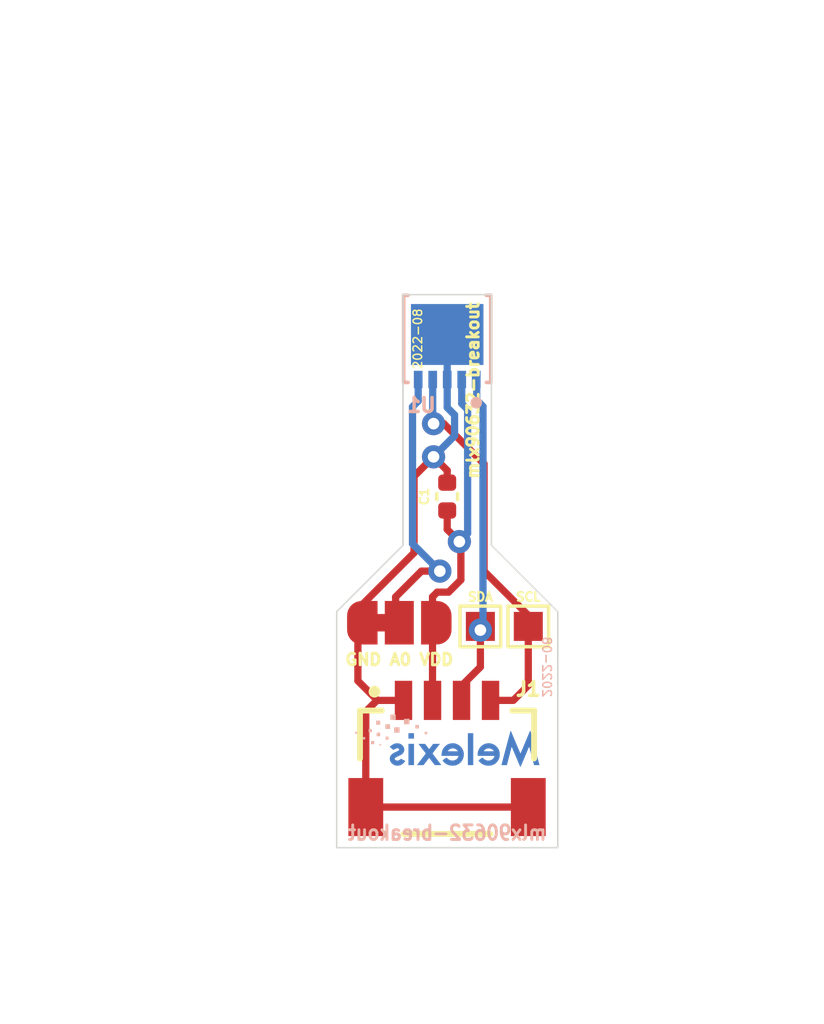
<source format=kicad_pcb>
(kicad_pcb (version 20211014) (generator pcbnew)
  (layers (0 "F.Cu" signal) (31 "B.Cu" signal) (34 "B.Paste" user) (35 "F.Paste" user) (36 "B.SilkS" user "B.Silkscreen") (37 "F.SilkS" user "F.Silkscreen") (38 "B.Mask" user) (39 "F.Mask" user) (44 "Edge.Cuts" user))
  (net 0 "")
  (net 1 "/VDD")
  (net 2 "/SDA")
  (net 3 "/SCL")
  (net 4 "/GND")
  (net 5 "Net-(JP1-Pad2)")
  (footprint "TestPoint:TestPoint_Pad_1.0x1.0mm" (layer "F.Cu") (at 112.092999 75.880001)
    (fp_text reference "SDA" (at 0 -1.016) (layer "F.SilkS") (effects (font (size 0.3 0.3) (thickness 0.075))))
    (fp_text value "TestPoint")
    (fp_line (start 0.7 0.7) (end -0.7 0.7) (layer "F.SilkS") (width 0.12))
    (fp_line (start -0.7 -0.7) (end 0.7 -0.7) (layer "F.SilkS") (width 0.12))
    (fp_line (start -0.7 0.7) (end -0.7 -0.7) (layer "F.SilkS") (width 0.12))
    (fp_line (start 0.7 -0.7) (end 0.7 0.7) (layer "F.SilkS") (width 0.12))
    (pad "1" smd rect (at 0 0) (size 1 1) (layers "F.Cu" "F.Mask") (net 2 "/SDA"))
  )
  (footprint "TestPoint:TestPoint_Pad_1.0x1.0mm" (layer "F.Cu") (at 113.743999 75.880001)
    (fp_text reference "SCL" (at 0 -1.016) (layer "F.SilkS") (effects (font (size 0.3 0.3) (thickness 0.075))))
    (fp_text value "TestPoint")
    (fp_line (start 0.7 -0.7) (end 0.7 0.7) (layer "F.SilkS") (width 0.12))
    (fp_line (start 0.7 0.7) (end -0.7 0.7) (layer "F.SilkS") (width 0.12))
    (fp_line (start -0.7 0.7) (end -0.7 -0.7) (layer "F.SilkS") (width 0.12))
    (fp_line (start -0.7 -0.7) (end 0.7 -0.7) (layer "F.SilkS") (width 0.12))
    (pad "1" smd rect (at 0 0) (size 1 1) (layers "F.Cu" "F.Mask") (net 3 "/SCL"))
  )
  (footprint "melexis-temperature:mlx_logo_back" (layer "F.Cu") (at 110.949999 80.071001)
    (fp_text reference "G***" hide)
    (fp_text value "LOGO" hide)
    (fp_poly (pts (xy 0.89408 0.5842) (xy 0.71628 0.5842) (xy 0.71628 -0.508) (xy 0.89408 -0.508) (xy 0.89408 0.5842)) (layer "B.Cu") (width 0.01) (fill solid))
    (fp_poly (pts (xy -1.14808 -0.3302) (xy -1.33096 -0.3302) (xy -1.33096 -0.508) (xy -1.14808 -0.508) (xy -1.14808 -0.3302)) (layer "B.Cu") (width 0.01) (fill solid))
    (fp_poly (pts (xy -0.273195 -0.12319) (xy -0.322273 -0.060622) (xy -0.365166 -0.005698) (xy -0.402074 0.041844) (xy -0.433193 0.082264) (xy -0.458721 0.115824) (xy -0.478856 0.142786) (xy -0.493796 0.163412) (xy -0.503738 0.177962) (xy -0.508879 0.186698) (xy -0.509658 0.189698) (xy -0.505953 0.194814) (xy -0.496686 0.207169) (xy -0.48248 0.225944) (xy -0.463959 0.25032) (xy -0.441747 0.279476) (xy -0.416468 0.312592) (xy -0.388745 0.348849) (xy -0.361058 0.385006) (xy -0.33167 0.423412) (xy -0.304204 0.459413) (xy -0.279274 0.492196) (xy -0.257497 0.520947) (xy -0.239485 0.544852) (xy -0.225855 0.563098) (xy -0.217221 0.574872) (xy -0.214207 0.579316) (xy -0.218519 0.581011) (xy -0.232231 0.582382) (xy -0.254586 0.583394) (xy -0.284828 0.584011) (xy -0.318731 0.5842) (xy -0.424949 0.5842) (xy -0.518545 0.463835) (xy -0.542301 0.433278) (xy -0.564188 0.405111) (xy -0.583386 0.380393) (xy -0.599073 0.36018) (xy -0.61043 0.345528) (xy -0.616636 0.337496) (xy -0.617406 0.336488) (xy -0.620285 0.336212) (xy -0.625896 0.340275) (xy -0.634768 0.349291) (xy -0.647428 0.363876) (xy -0.664405 0.384643) (xy -0.686229 0.412208) (xy -0.713427 0.447186) (xy -0.72089 0.456852) (xy -0.819108 0.5842) (xy -0.925174 0.5842) (xy -0.956754 0.584026) (xy -0.984582 0.583541) (xy -1.00717 0.582798) (xy -1.023033 0.581851) (xy -1.030683 0.580752) (xy -1.031155 0.58039) (xy -1.028134 0.575721) (xy -1.019504 0.563802) (xy -1.005866 0.545428) (xy -0.987816 0.521392) (xy -0.965955 0.492488) (xy -0.94088 0.45951) (xy -0.91319 0.423251) (xy -0.883485 0.384507) (xy -0.881369 0.381753) (xy -0.846652 0.336498) (xy -0.817713 0.298583) (xy -0.794079 0.267336) (xy -0.775279 0.242087) (xy -0.760839 0.222165) (xy -0.750287 0.2069) (xy -0.743151 0.195621) (xy -0.738957 0.187657) (xy -0.737233 0.182339) (xy -0.737508 0.178994) (xy -0.737944 0.178226) (xy -0.742384 0.172347) (xy -0.752313 0.159368) (xy -0.767008 0.14023) (xy -0.785747 0.115871) (xy -0.807806 0.087232) (xy -0.832462 0.055253) (xy -0.858993 0.020872) (xy -0.86233 0.016548) (xy -0.888755 -0.017751) (xy -0.91312 -0.049518) (xy -0.934748 -0.077861) (xy -0.952963 -0.101887) (xy -0.967088 -0.120702) (xy -0.976447 -0.133415) (xy -0.980364 -0.139131) (xy -0.98044 -0.139335) (xy -0.975607 -0.140184) (xy -0.962088 -0.140916) (xy -0.941361 -0.141495) (xy -0.9149 -0.141883) (xy -0.88418 -0.142043) (xy -0.87249 -0.142038) (xy -0.76454 -0.141836) (xy -0.69596 -0.050901) (xy -0.676076 -0.024666) (xy -0.65823 -0.001372) (xy -0.643323 0.017827) (xy -0.632258 0.031772) (xy -0.625936 0.039309) (xy -0.62484 0.040313) (xy -0.621129 0.036564) (xy -0.612117 0.0259) (xy -0.598713 0.009447) (xy -0.581831 -0.01167) (xy -0.56238 -0.036327) (xy -0.55118 -0.050651) (xy -0.48006 -0.141894) (xy -0.369144 -0.142067) (xy -0.258227 -0.14224) (xy -0.273195 -0.12319)) (layer "B.Cu") (width 0.01) (fill solid))
    (fp_poly (pts (xy 2.86263 -0.593453) (xy 2.862972 -0.593122) (xy 2.864557 -0.587983) (xy 2.868556 -0.573622) (xy 2.874806 -0.550643) (xy 2.883148 -0.519654) (xy 2.89342 -0.48126) (xy 2.90546 -0.436067) (xy 2.919109 -0.38468) (xy 2.934205 -0.327705) (xy 2.950586 -0.265749) (xy 2.968093 -0.199418) (xy 2.986564 -0.129316) (xy 3.005838 -0.05605) (xy 3.019387 -0.00448) (xy 3.173301 0.58166) (xy 3.086898 0.583053) (xy 3.058241 0.583292) (xy 3.033189 0.583076) (xy 3.013479 0.582455) (xy 3.000848 0.581479) (xy 2.997037 0.580513) (xy 2.995191 0.575039) (xy 2.991024 0.560559) (xy 2.984759 0.537906) (xy 2.976617 0.507911) (xy 2.966823 0.471405) (xy 2.955598 0.42922) (xy 2.943165 0.382186) (xy 2.929747 0.331136) (xy 2.915567 0.276901) (xy 2.910593 0.25781) (xy 2.896232 0.20281) (xy 2.882573 0.150816) (xy 2.869836 0.102645) (xy 2.858241 0.059114) (xy 2.848008 0.021043) (xy 2.839359 -0.010753) (xy 2.832512 -0.035454) (xy 2.827688 -0.052243) (xy 2.825107 -0.060302) (xy 2.824773 -0.060909) (xy 2.822402 -0.056334) (xy 2.816426 -0.043109) (xy 2.807156 -0.02196) (xy 2.794901 0.006388) (xy 2.779971 0.041209) (xy 2.762677 0.081778) (xy 2.743329 0.127368) (xy 2.722236 0.177255) (xy 2.699709 0.230712) (xy 2.676058 0.287014) (xy 2.674817 0.289974) (xy 2.651089 0.346471) (xy 2.628449 0.400211) (xy 2.607209 0.450463) (xy 2.587683 0.496495) (xy 2.570183 0.537574) (xy 2.555021 0.57297) (xy 2.54251 0.601949) (xy 2.532962 0.623782) (xy 2.526691 0.637735) (xy 2.524009 0.643077) (xy 2.523978 0.643103) (xy 2.519988 0.6403) (xy 2.51405 0.630586) (xy 2.510785 0.62369) (xy 2.507261 0.615449) (xy 2.500138 0.598656) (xy 2.48976 0.574123) (xy 2.47647 0.54266) (xy 2.46061 0.505081) (xy 2.442522 0.462196) (xy 2.42255 0.41482) (xy 2.401036 0.363762) (xy 2.378323 0.309835) (xy 2.361905 0.270842) (xy 2.331184 0.198097) (xy 2.304221 0.134733) (xy 2.280994 0.080699) (xy 2.26148 0.035948) (xy 2.245657 0.000427) (xy 2.233504 -0.025911) (xy 2.224998 -0.043118) (xy 2.220117 -0.051242) (xy 2.2189 -0.051738) (xy 2.217014 -0.045396) (xy 2.21283 -0.030094) (xy 2.206579 -0.006713) (xy 2.198493 0.023867) (xy 2.188802 0.060766) (xy 2.177738 0.103102) (xy 2.165531 0.149997) (xy 2.152414 0.200569) (xy 2.138618 0.253938) (xy 2.138602 0.254) (xy 2.124739 0.307655) (xy 2.111512 0.358739) (xy 2.099157 0.40634) (xy 2.087914 0.449546) (xy 2.078021 0.487446) (xy 2.069714 0.51913) (xy 2.063232 0.543685) (xy 2.058812 0.5602) (xy 2.056717 0.56769) (xy 2.051532 0.5842) (xy 1.874326 0.5842) (xy 1.877207 0.57277) (xy 1.885965 0.538305) (xy 1.89649 0.497364) (xy 1.908593 0.450665) (xy 1.922079 0.398924) (xy 1.936759 0.342861) (xy 1.952441 0.283193) (xy 1.968932 0.220637) (xy 1.986042 0.155912) (xy 2.003578 0.089735) (xy 2.021349 0.022824) (xy 2.039163 -0.044102) (xy 2.056829 -0.110327) (xy 2.074155 -0.175132) (xy 2.090949 -0.237799) (xy 2.10702 -0.297611) (xy 2.122177 -0.35385) (xy 2.136226 -0.405798) (xy 2.148978 -0.452737) (xy 2.160239 -0.49395) (xy 2.169819 -0.528718) (xy 2.177526 -0.556323) (xy 2.183169 -0.576048) (xy 2.186555 -0.587176) (xy 2.187484 -0.589463) (xy 2.190086 -0.584521) (xy 2.196291 -0.570887) (xy 2.205806 -0.54925) (xy 2.218335 -0.520299) (xy 2.233586 -0.484725) (xy 2.251263 -0.443218) (xy 2.271073 -0.396468) (xy 2.292722 -0.345163) (xy 2.315915 -0.289995) (xy 2.340359 -0.231653) (xy 2.356923 -0.19201) (xy 2.381971 -0.132127) (xy 2.405935 -0.075089) (xy 2.428523 -0.021574) (xy 2.449446 0.027744) (xy 2.468413 0.072187) (xy 2.485135 0.11108) (xy 2.49932 0.143748) (xy 2.510679 0.169513) (xy 2.518921 0.1877) (xy 2.523757 0.197633) (xy 2.524948 0.199332) (xy 2.527356 0.194162) (xy 2.533378 0.180336) (xy 2.54271 0.15857) (xy 2.555048 0.129582) (xy 2.57009 0.09409) (xy 2.58753 0.052811) (xy 2.607067 0.006464) (xy 2.628396 -0.044235) (xy 2.651215 -0.098568) (xy 2.675218 -0.155817) (xy 2.682298 -0.17272) (xy 2.712694 -0.245304) (xy 2.739408 -0.309081) (xy 2.762681 -0.364616) (xy 2.782758 -0.412474) (xy 2.79988 -0.453219) (xy 2.81429 -0.487415) (xy 2.826232 -0.515629) (xy 2.835946 -0.538423) (xy 2.843677 -0.556363) (xy 2.849667 -0.570014) (xy 2.854158 -0.579939) (xy 2.857394 -0.586704) (xy 2.859616 -0.590873) (xy 2.861068 -0.593011) (xy 2.861991 -0.593683) (xy 2.86263 -0.593453)) (layer "B.Cu") (width 0.01) (fill solid))
    (fp_poly (pts (xy -1.685282 -0.158374) (xy -1.65505 -0.154048) (xy -1.628072 -0.145725) (xy -1.600995 -0.132413) (xy -1.574833 -0.116055) (xy -1.541852 -0.088537) (xy -1.516175 -0.055792) (xy -1.497935 -0.019235) (xy -1.487263 0.019721) (xy -1.48429 0.059663) (xy -1.489148 0.099175) (xy -1.50197 0.136845) (xy -1.522885 0.171259) (xy -1.545809 0.195739) (xy -1.554275 0.20285) (xy -1.563785 0.209868) (xy -1.575375 0.217349) (xy -1.590081 0.22585) (xy -1.60894 0.235926) (xy -1.632988 0.248134) (xy -1.663263 0.26303) (xy -1.7008 0.281169) (xy -1.740621 0.300235) (xy -1.773809 0.318483) (xy -1.796881 0.33674) (xy -1.809881 0.355094) (xy -1.812853 0.373632) (xy -1.805841 0.39244) (xy -1.794396 0.406439) (xy -1.769466 0.424601) (xy -1.74046 0.434374) (xy -1.708891 0.435855) (xy -1.676272 0.42914) (xy -1.644115 0.414326) (xy -1.618007 0.395202) (xy -1.594129 0.374183) (xy -1.527315 0.406703) (xy -1.503308 0.418478) (xy -1.482491 0.42886) (xy -1.466616 0.436961) (xy -1.45743 0.441897) (xy -1.456011 0.442795) (xy -1.45612 0.448717) (xy -1.46227 0.460125) (xy -1.473231 0.475406) (xy -1.487774 0.49295) (xy -1.50467 0.511144) (xy -1.518115 0.524219) (xy -1.5601 0.556694) (xy -1.606402 0.581) (xy -1.655585 0.59674) (xy -1.706208 0.603517) (xy -1.756835 0.600932) (xy -1.779804 0.596473) (xy -1.82227 0.581668) (xy -1.862931 0.558997) (xy -1.899712 0.530088) (xy -1.930536 0.496566) (xy -1.952906 0.460919) (xy -1.967404 0.421451) (xy -1.974115 0.3798) (xy -1.972518 0.339375) (xy -1.971937 0.335847) (xy -1.961736 0.297969) (xy -1.944748 0.263508) (xy -1.920376 0.231891) (xy -1.888023 0.202543) (xy -1.847091 0.17489) (xy -1.796983 0.148357) (xy -1.759514 0.131568) (xy -1.721888 0.114771) (xy -1.693248 0.099807) (xy -1.672733 0.086021) (xy -1.659478 0.072755) (xy -1.652622 0.059355) (xy -1.651162 0.049196) (xy -1.654124 0.030798) (xy -1.663979 0.017688) (xy -1.681464 0.009414) (xy -1.707313 0.005523) (xy -1.723042 0.00508) (xy -1.74513 0.006453) (xy -1.765568 0.011249) (xy -1.787116 0.020476) (xy -1.812534 0.035146) (xy -1.822407 0.041461) (xy -1.854114 0.062097) (xy -1.905432 0.017078) (xy -1.925378 -0.000351) (xy -1.943378 -0.015953) (xy -1.957639 -0.028184) (xy -1.96637 -0.035498) (xy -1.967161 -0.03613) (xy -1.971924 -0.040441) (xy -1.972871 -0.04457) (xy -1.968914 -0.050193) (xy -1.958965 -0.058987) (xy -1.945097 -0.070118) (xy -1.909326 -0.096021) (xy -1.870436 -0.119899) (xy -1.832155 -0.139576) (xy -1.810606 -0.148621) (xy -1.794708 -0.153881) (xy -1.778792 -0.157232) (xy -1.759899 -0.159043) (xy -1.735072 -0.159687) (xy -1.72212 -0.159697) (xy -1.685282 -0.158374)) (layer "B.Cu") (width 0.01) (fill solid))
    (fp_poly (pts (xy 0.226121 -0.161346) (xy 0.247428 -0.158881) (xy 0.270333 -0.154299) (xy 0.276162 -0.15293) (xy 0.333196 -0.134188) (xy 0.386253 -0.106657) (xy 0.434415 -0.071237) (xy 0.47676 -0.028827) (xy 0.512369 0.019672) (xy 0.540322 0.07336) (xy 0.557286 0.12208) (xy 0.563155 0.152951) (xy 0.56624 0.190231) (xy 0.566586 0.230572) (xy 0.564239 0.270623) (xy 0.559243 0.307037) (xy 0.554523 0.327431) (xy 0.533057 0.385059) (xy 0.503271 0.437724) (xy 0.465982 0.484619) (xy 0.422004 0.524936) (xy 0.372154 0.557869) (xy 0.317247 0.582613) (xy 0.28702 0.591961) (xy 0.258274 0.597426) (xy 0.223166 0.600925) (xy 0.185323 0.602356) (xy 0.148369 0.601615) (xy 0.115931 0.598598) (xy 0.10695 0.597107) (xy 0.05025 0.582065) (xy -0.004158 0.559421) (xy -0.054566 0.530213) (xy -0.099264 0.49548) (xy -0.136544 0.456261) (xy -0.146545 0.443049) (xy -0.157786 0.427263) (xy -0.097943 0.382224) (xy -0.076296 0.365998) (xy -0.057209 0.351815) (xy -0.042308 0.340873) (xy -0.033217 0.334371) (xy -0.031544 0.333265) (xy -0.024277 0.334789) (xy -0.011203 0.344467) (xy 0.007551 0.362205) (xy 0.007809 0.362465) (xy 0.044957 0.394276) (xy 0.084553 0.4167) (xy 0.127981 0.430453) (xy 0.144579 0.433385) (xy 0.190654 0.435631) (xy 0.2352 0.429448) (xy 0.276823 0.4155) (xy 0.31413 0.394449) (xy 0.345727 0.366958) (xy 0.370221 0.33369) (xy 0.375574 0.323518) (xy 0.383925 0.305216) (xy 0.390664 0.28856) (xy 0.39406 0.27813) (xy 0.397341 0.26416) (xy -0.194242 0.26416) (xy -0.190719 0.21971) (xy -0.183046 0.157432) (xy -0.172387 0.112216) (xy 0.01016 0.112216) (xy 0.015087 0.113364) (xy 0.029258 0.114387) (xy 0.051757 0.115263) (xy 0.08167 0.115969) (xy 0.11808 0.11648) (xy 0.160072 0.116775) (xy 0.19317 0.11684) (xy 0.37618 0.11684) (xy 0.368589 0.10216) (xy 0.356757 0.084975) (xy 0.339024 0.065772) (xy 0.318408 0.047394) (xy 0.29793 0.032685) (xy 0.29019 0.028333) (xy 0.249187 0.012939) (xy 0.205757 0.006075) (xy 0.161971 0.007644) (xy 0.119901 0.017548) (xy 0.081618 0.035692) (xy 0.077632 0.038249) (xy 0.063529 0.049117) (xy 0.048023 0.063451) (xy 0.033034 0.079145) (xy 0.020482 0.094093) (xy 0.01229 0.10619) (xy 0.01016 0.112216) (xy -0.172387 0.112216) (xy -0.170126 0.102626) (xy -0.151281 0.05369) (xy -0.125834 0.009021) (xy -0.093107 -0.032982) (xy -0.0762 -0.051057) (xy -0.031079 -0.09115) (xy 0.016625 -0.121771) (xy 0.06799 -0.143398) (xy 0.124093 -0.156506) (xy 0.17272 -0.161162) (xy 0.202517 -0.162003) (xy 0.226121 -0.161346)) (layer "B.Cu") (width 0.01) (fill solid))
    (fp_poly (pts (xy 1.498191 -0.157036) (xy 1.50622 -0.155514) (xy 1.560219 -0.139538) (xy 1.612535 -0.114662) (xy 1.661141 -0.082141) (xy 1.70401 -0.043229) (xy 1.723078 -0.021245) (xy 1.756934 0.027075) (xy 1.781525 0.07587) (xy 1.797627 0.127165) (xy 1.806016 0.182989) (xy 1.807011 0.19812) (xy 1.805929 0.262403) (xy 1.795818 0.322175) (xy 1.77649 0.377937) (xy 1.747754 0.430189) (xy 1.70942 0.479434) (xy 1.694069 0.495678) (xy 1.67219 0.516853) (xy 1.653039 0.532692) (xy 1.633025 0.545815) (xy 1.608556 0.558841) (xy 1.605169 0.560513) (xy 1.581121 0.571606) (xy 1.556544 0.581768) (xy 1.535203 0.589489) (xy 1.52654 0.592063) (xy 1.497064 0.597591) (xy 1.461275 0.601061) (xy 1.422827 0.602375) (xy 1.385374 0.601436) (xy 1.352573 0.598145) (xy 1.345359 0.596912) (xy 1.282185 0.579925) (xy 1.223284 0.553872) (xy 1.201265 0.541088) (xy 1.177404 0.524361) (xy 1.151538 0.50321) (xy 1.126475 0.480184) (xy 1.105019 0.457833) (xy 1.092243 0.442021) (xy 1.082029 0.427676) (xy 1.141724 0.382384) (xy 1.163328 0.366066) (xy 1.182397 0.3518) (xy 1.197305 0.340791) (xy 1.206428 0.334244) (xy 1.208121 0.333128) (xy 1.215267 0.334517) (xy 1.228348 0.343738) (xy 1.247493 0.360884) (xy 1.252095 0.365305) (xy 1.28455 0.393374) (xy 1.316449 0.41326) (xy 1.350557 0.42638) (xy 1.385105 0.43353) (xy 1.432848 0.435815) (xy 1.478403 0.429092) (xy 1.520604 0.413935) (xy 1.558288 0.390915) (xy 1.59029 0.360606) (xy 1.615447 0.32358) (xy 1.617769 0.319076) (xy 1.623896 0.307524) (xy 1.629348 0.297699) (xy 1.633434 0.289463) (xy 1.635463 0.282677) (xy 1.634745 0.277203) (xy 1.630587 0.272902) (xy 1.622299 0.269636) (xy 1.60919 0.267266) (xy 1.590569 0.265655) (xy 1.565744 0.264663) (xy 1.534026 0.264153) (xy 1.494723 0.263985) (xy 1.447143 0.264021) (xy 1.390597 0.264123) (xy 1.34366 0.26416) (xy 1.28175 0.264145) (xy 1.229231 0.264086) (xy 1.185332 0.263959) (xy 1.149283 0.263741) (xy 1.120313 0.263409) (xy 1.097653 0.262938) (xy 1.080533 0.262306) (xy 1.068182 0.261489) (xy 1.059832 0.260464) (xy 1.05471 0.259208) (xy 1.052048 0.257696) (xy 1.051076 0.255906) (xy 1.050996 0.25527) (xy 1.051745 0.19228) (xy 1.061716 0.131667) (xy 1.067617 0.113491) (xy 1.24968 0.113491) (xy 1.254571 0.114259) (xy 1.268488 0.114966) (xy 1.290298 0.115589) (xy 1.318868 0.116109) (xy 1.353064 0.116505) (xy 1.391752 0.116755) (xy 1.43256 0.11684) (xy 1.474526 0.116756) (xy 1.513101 0.116518) (xy 1.547152 0.116144) (xy 1.575544 0.115656) (xy 1.597144 0.11507) (xy 1.610819 0.114408) (xy 1.61544 0.11371) (xy 1.612245 0.106611) (xy 1.603994 0.094663) (xy 1.592686 0.080329) (xy 1.580319 0.06607) (xy 1.568895 0.05435) (xy 1.563392 0.049613) (xy 1.52529 0.026382) (xy 1.484406 0.011743) (xy 1.442187 0.005534) (xy 1.400081 0.007589) (xy 1.359534 0.017744) (xy 1.321994 0.035835) (xy 1.288909 0.061697) (xy 1.270251 0.082896) (xy 1.259846 0.09714) (xy 1.252448 0.108152) (xy 1.24968 0.113491) (xy 1.067617 0.113491) (xy 1.080343 0.074293) (xy 1.107061 0.021021) (xy 1.141307 -0.027288) (xy 1.182515 -0.069771) (xy 1.230121 -0.105566) (xy 1.28356 -0.13381) (xy 1.31318 -0.145131) (xy 1.355702 -0.155714) (xy 1.403316 -0.161365) (xy 1.452114 -0.161876) (xy 1.498191 -0.157036)) (layer "B.Cu") (width 0.01) (fill solid))
    (fp_poly (pts (xy -1.14808 0.5842) (xy -1.33096 0.5842) (xy -1.33096 -0.14224) (xy -1.14808 -0.14224) (xy -1.14808 0.5842)) (layer "B.Cu") (width 0.01) (fill solid))
    (fp_poly (pts (xy -1.977255 -0.74041) (xy -1.975849 -0.66548) (xy -2.128792 -0.66548) (xy -2.12598 -0.81534) (xy -1.97866 -0.81534) (xy -1.977255 -0.74041)) (layer "B.SilkS") (width 0.01) (fill solid))
    (fp_poly (pts (xy -0.69596 -0.47752) (xy -0.77216 -0.47752) (xy -0.77216 -0.55372) (xy -0.69596 -0.55372) (xy -0.69596 -0.47752)) (layer "B.SilkS") (width 0.01) (fill solid))
    (fp_poly (pts (xy -0.98044 -0.68072) (xy -1.0922 -0.68072) (xy -1.0922 -0.79248) (xy -0.98044 -0.79248) (xy -0.98044 -0.68072)) (layer "B.SilkS") (width 0.01) (fill solid))
    (fp_poly (pts (xy -2.60096 -0.54864) (xy -2.70764 -0.54864) (xy -2.70764 -0.65024) (xy -2.60096 -0.65024) (xy -2.60096 -0.54864)) (layer "B.SilkS") (width 0.01) (fill solid))
    (fp_poly (pts (xy -1.64592 -0.5334) (xy -1.82372 -0.5334) (xy -1.82372 -0.7112) (xy -1.64592 -0.7112) (xy -1.64592 -0.5334)) (layer "B.SilkS") (width 0.01) (fill solid))
    (fp_poly (pts (xy -2.312519 -0.87503) (xy -2.31394 -0.81026) (xy -2.37871 -0.808839) (xy -2.44348 -0.807417) (xy -2.44348 -0.9398) (xy -2.311097 -0.9398) (xy -2.312519 -0.87503)) (layer "B.SilkS") (width 0.01) (fill solid))
    (fp_poly (pts (xy -2.28092 -0.09144) (xy -2.32664 -0.09144) (xy -2.32664 -0.13716) (xy -2.28092 -0.13716) (xy -2.28092 -0.09144)) (layer "B.SilkS") (width 0.01) (fill solid))
    (fp_poly (pts (xy -3.10388 -0.49784) (xy -3.16484 -0.49784) (xy -3.16484 -0.5588) (xy -3.10388 -0.5588) (xy -3.10388 -0.49784)) (layer "B.SilkS") (width 0.01) (fill solid))
    (fp_poly (pts (xy -2.82956 -0.29972) (xy -2.90576 -0.29972) (xy -2.90576 -0.37592) (xy -2.82956 -0.37592) (xy -2.82956 -0.29972)) (layer "B.SilkS") (width 0.01) (fill solid))
    (fp_poly (pts (xy -2.02692 -0.29464) (xy -2.11836 -0.29464) (xy -2.11836 -0.39116) (xy -2.02692 -0.39116) (xy -2.02692 -0.29464)) (layer "B.SilkS") (width 0.01) (fill solid))
    (fp_poly (pts (xy -1.306713 -0.915788) (xy -1.3081 -0.8255) (xy -1.395844 -0.82411) (xy -1.429219 -0.823746) (xy -1.453655 -0.823914) (xy -1.470361 -0.824684) (xy -1.480546 -0.826128) (xy -1.485421 -0.828315) (xy -1.486145 -0.829385) (xy -1.486922 -0.836507) (xy -1.487432 -0.851929) (xy -1.487651 -0.87379) (xy -1.487555 -0.900235) (xy -1.487301 -0.919676) (xy -1.4859 -1.0033) (xy -1.395613 -1.004688) (xy -1.305325 -1.006076) (xy -1.306713 -0.915788)) (layer "B.SilkS") (width 0.01) (fill solid))
    (fp_poly (pts (xy -2.31648 -0.41148) (xy -2.42824 -0.41148) (xy -2.42824 -0.52832) (xy -2.31648 -0.52832) (xy -2.31648 -0.41148)) (layer "B.SilkS") (width 0.01) (fill solid))
    (fp_poly (pts (xy -1.778 -0.97536) (xy -1.9558 -0.97536) (xy -1.9558 -1.15316) (xy -1.778 -1.15316) (xy -1.778 -0.97536)) (layer "B.SilkS") (width 0.01) (fill solid))
    (fp_poly (pts (xy -2.51968 -0.13716) (xy -2.62128 -0.13716) (xy -2.62128 -0.23876) (xy -2.51968 -0.23876) (xy -2.51968 -0.13716)) (layer "B.SilkS") (width 0.01) (fill solid))
  )
  (footprint "Jumper:SolderJumper-3_P1.3mm_Bridged12_RoundedPad1.0x1.5mm" (layer "F.Cu") (at 109.298999 75.753001)
    (fp_text reference "GND A0 VDD" (at 0 1.27) (layer "F.SilkS") (effects (font (size 0.4 0.4) (thickness 0.1))))
    (fp_text value "Jumper_3_Bridged12")
    (fp_poly (pts (xy -0.9 -0.3) (xy -0.4 -0.3) (xy -0.4 0.3) (xy -0.9 0.3)) (layer "F.Cu") (width 0) (fill solid))
    (pad "1" smd custom (at -1.3 0) (size 1 0.5) (layers "F.Cu" "F.Mask") (net 4 "/GND") (options (clearance outline) (anchor rect)) (primitives (gr_circle (center 0 0.25) (end 0.5 0.25) (width 0) (fill yes)) (gr_circle (center 0 -0.25) (end 0.5 -0.25) (width 0) (fill yes)) (gr_poly (pts (xy 0.55 0.75) (xy 0 0.75) (xy 0 -0.75) (xy 0.55 -0.75)) (width 0) (fill yes))))
    (pad "2" smd rect (at 0 0) (size 1 1.5) (layers "F.Cu" "F.Mask") (net 5 "Net-(JP1-Pad2)"))
    (pad "3" smd custom (at 1.3 0) (size 1 0.5) (layers "F.Cu" "F.Mask") (net 1 "/VDD") (options (clearance outline) (anchor rect)) (primitives (gr_circle (center 0 0.25) (end 0.5 0.25) (width 0) (fill yes)) (gr_circle (center 0 -0.25) (end 0.5 -0.25) (width 0) (fill yes)) (gr_poly (pts (xy 0 0.75) (xy -0.55 0.75) (xy -0.55 -0.75) (xy 0 -0.75)) (width 0) (fill yes))))
  )
  (footprint "melexis-temperature:QWIIC_STEMMA_QT" (layer "F.Cu") (at 110.943999 78.428001)
    (fp_text reference "J1" (at 2.8 -0.389) (layer "F.SilkS") (effects (font (size 0.48 0.48))))
    (fp_text value "Conn_01x04_Male")
    (fp_line (start -3 2) (end -3 0.35) (layer "F.SilkS") (width 0.2032))
    (fp_line (start 3 0.35) (end 3 2) (layer "F.SilkS") (width 0.2032))
    (fp_line (start 2.25 0.35) (end 3 0.35) (layer "F.SilkS") (width 0.2032))
    (fp_line (start -3 0.35) (end -2.25 0.35) (layer "F.SilkS") (width 0.2032))
    (fp_line (start -1.5 4.6) (end 1.5 4.6) (layer "F.SilkS") (width 0.2032))
    (fp_circle (center -2.5 -0.3) (end -2.3984 -0.3) (layer "F.SilkS") (width 0.2032) (fill none))
    (pad "1" smd rect (at -1.5 0) (size 0.6 1.35) (layers "F.Cu" "F.Paste" "F.Mask") (net 4 "/GND"))
    (pad "2" smd rect (at -0.5 0) (size 0.6 1.35) (layers "F.Cu" "F.Paste" "F.Mask") (net 1 "/VDD"))
    (pad "3" smd rect (at 0.5 0) (size 0.6 1.35) (layers "F.Cu" "F.Paste" "F.Mask") (net 2 "/SDA"))
    (pad "4" smd rect (at 1.5 0) (size 0.6 1.35) (layers "F.Cu" "F.Paste" "F.Mask") (net 3 "/SCL"))
    (pad "NC1" smd rect (at 2.8 3.675) (size 1.2 2) (layers "F.Cu" "F.Paste" "F.Mask"))
    (pad "NC2" smd rect (at -2.8 3.675) (size 1.2 2) (layers "F.Cu" "F.Paste" "F.Mask"))
  )
  (footprint "Capacitor_SMD:C_0402_1005Metric" (layer "F.Cu") (at 110.949999 71.407001 90)
    (fp_text reference "C1" (at 0 -0.79 90) (layer "F.SilkS") (effects (font (size 0.3 0.3) (thickness 0.075))))
    (fp_text value "10n")
    (fp_line (start -0.107836 0.36) (end 0.107836 0.36) (layer "F.SilkS") (width 0.12))
    (fp_line (start -0.107836 -0.36) (end 0.107836 -0.36) (layer "F.SilkS") (width 0.12))
    (pad "1" smd roundrect (at -0.48 0 90) (size 0.56 0.62) (layers "F.Cu" "F.Paste" "F.Mask") (net 1 "/VDD"))
    (pad "2" smd roundrect (at 0.48 0 90) (size 0.56 0.62) (layers "F.Cu" "F.Paste" "F.Mask") (net 4 "/GND"))
  )
  (footprint "melexis-temperature:MLX90632-no-via-large" (layer "B.Cu") (at 110.949999 65.974001 90)
    (fp_text reference "U1" (at -2.286 -0.889 180) (layer "B.SilkS") (effects (font (size 0.48 0.48) (thickness 0.12)) (justify mirror)))
    (fp_text value "MLX90632SLD-BCB-000-SP")
    (fp_line (start 1.5 1.5) (end 1.5 1.35) (layer "B.SilkS") (width 0.127))
    (fp_line (start -1.5 1.35) (end -1.5 1.5) (layer "B.SilkS") (width 0.127))
    (fp_line (start -1.5 -1.5) (end -1.5 -1.35) (layer "B.SilkS") (width 0.127))
    (fp_line (start 1.5 -1.5) (end -1.5 -1.5) (layer "B.SilkS") (width 0.127))
    (fp_line (start -1.5 1.5) (end 1.5 1.5) (layer "B.SilkS") (width 0.127))
    (fp_line (start 1.5 -1.35) (end 1.5 -1.5) (layer "B.SilkS") (width 0.127))
    (fp_circle (center -2.2 1) (end -2.1 1) (layer "B.SilkS") (width 0.2) (fill none))
    (pad "1" smd rect (at -1.4 1 90) (size 0.6 0.3) (layers "B.Cu" "B.Paste" "B.Mask") (net 2 "/SDA"))
    (pad "2" smd rect (at -1.4 0.5 90) (size 0.6 0.3) (layers "B.Cu" "B.Paste" "B.Mask") (net 1 "/VDD"))
    (pad "3" smd rect (at -1.4 0 90) (size 0.6 0.3) (layers "B.Cu" "B.Paste" "B.Mask") (net 4 "/GND"))
    (pad "4" smd rect (at -1.4 -0.5 90) (size 0.6 0.3) (layers "B.Cu" "B.Paste" "B.Mask") (net 3 "/SCL"))
    (pad "5" smd rect (at -1.4 -1 90) (size 0.6 0.3) (layers "B.Cu" "B.Paste" "B.Mask") (net 5 "Net-(JP1-Pad2)"))
    (pad "6" smd rect (at 0.15 0 90) (size 2.1 2.5) (layers "B.Cu" "B.Mask") (net 4 "/GND"))
  )
  (gr_line (start 109.425999 73.086001) (end 107.139999 75.372001) (layer "Edge.Cuts") (width 0.05))
  (gr_line (start 109.425999 73.086001) (end 109.425999 64.450001) (layer "Edge.Cuts") (width 0.05))
  (gr_line (start 107.139999 75.372001) (end 107.139999 83.500001) (layer "Edge.Cuts") (width 0.05))
  (gr_line (start 112.473999 64.450001) (end 109.425999 64.450001) (layer "Edge.Cuts") (width 0.05))
  (gr_line (start 114.759999 75.372001) (end 114.759999 83.500001) (layer "Edge.Cuts") (width 0.05))
  (gr_line (start 112.473999 73.086001) (end 112.473999 64.450001) (layer "Edge.Cuts") (width 0.05))
  (gr_line (start 107.139999 83.500001) (end 114.759999 83.500001) (layer "Edge.Cuts") (width 0.05))
  (gr_line (start 112.473999 73.086001) (end 114.759999 75.372001) (layer "Edge.Cuts") (width 0.05))
  (gr_text "2022-08" (at 114.378999 77.277001 270) (layer "B.SilkS") (effects (font (size 0.3 0.3) (thickness 0.05)) (justify mirror)))
  (gr_text "mlx90632-breakout" (at 110.949999 82.992001) (layer "B.SilkS") (effects (font (size 0.5 0.45) (thickness 0.1)) (justify mirror)))
  (gr_text "2022-08" (at 109.933999 65.974001 90) (layer "F.SilkS") (effects (font (size 0.3 0.3) (thickness 0.05))))
  (gr_text "mlx90632-breakout" (at 111.838999 67.752001 90) (layer "F.SilkS") (effects (font (size 0.4 0.4) (thickness 0.1))))
  (segment (start 110.949999 71.887001) (end 110.949999 72.540501) (width 0.25) (layer "F.Cu") (net 1))
  (segment (start 111.368499 72.959001) (end 111.420999 73.011501) (width 0.25) (layer "F.Cu") (net 1))
  (segment (start 110.443999 74.862001) (end 110.443999 78.428001) (width 0.25) (layer "F.Cu") (net 1))
  (segment (start 111.420999 74.275306) (end 110.996304 74.700001) (width 0.25) (layer "F.Cu") (net 1))
  (segment (start 111.420999 73.011501) (end 111.420999 74.275306) (width 0.25) (layer "F.Cu") (net 1))
  (segment (start 110.996304 74.700001) (end 110.605999 74.700001) (width 0.25) (layer "F.Cu") (net 1))
  (segment (start 110.605999 74.700001) (end 110.443999 74.862001) (width 0.25) (layer "F.Cu") (net 1))
  (segment (start 110.949999 72.540501) (end 111.368499 72.959001) (width 0.25) (layer "F.Cu") (net 1))
  (via (at 111.368499 72.959001) (size 0.8) (drill 0.4) (layers "F.Cu" "B.Cu") (net 1))
  (segment (start 111.449999 68.2043) (end 111.449999 67.374001) (width 0.25) (layer "B.Cu") (net 1))
  (segment (start 111.653999 68.4083) (end 111.449999 68.2043) (width 0.25) (layer "B.Cu") (net 1))
  (segment (start 111.368499 72.959001) (end 111.653999 72.673501) (width 0.25) (layer "B.Cu") (net 1))
  (segment (start 111.653999 72.673501) (end 111.653999 68.4083) (width 0.25) (layer "B.Cu") (net 1))
  (segment (start 112.092999 77.278397) (end 111.443999 77.927397) (width 0.25) (layer "F.Cu") (net 2))
  (segment (start 112.092999 76.007001) (end 112.092999 77.278397) (width 0.25) (layer "F.Cu") (net 2))
  (segment (start 111.443999 77.927397) (end 111.443999 78.428001) (width 0.25) (layer "F.Cu") (net 2))
  (via (at 112.092999 76.007001) (size 0.8) (drill 0.4) (layers "F.Cu" "B.Cu") (net 2))
  (segment (start 111.965999 68.083904) (end 111.965999 67.390001) (width 0.25) (layer "B.Cu") (net 2))
  (segment (start 112.182999 68.300904) (end 111.965999 68.083904) (width 0.25) (layer "B.Cu") (net 2))
  (segment (start 112.182999 75.917001) (end 112.182999 68.300904) (width 0.25) (layer "B.Cu") (net 2))
  (segment (start 111.965999 67.390001) (end 111.949999 67.374001) (width 0.25) (layer "B.Cu") (net 2))
  (segment (start 112.092999 76.007001) (end 112.182999 75.917001) (width 0.25) (layer "B.Cu") (net 2))
  (segment (start 110.832304 68.895001) (end 112.219999 70.282696) (width 0.25) (layer "F.Cu") (net 3))
  (segment (start 112.219999 70.282696) (end 112.219999 73.975001) (width 0.25) (layer "F.Cu") (net 3))
  (segment (start 112.443999 78.428001) (end 113.227999 78.428001) (width 0.25) (layer "F.Cu") (net 3))
  (segment (start 113.743999 77.912001) (end 113.743999 75.880001) (width 0.25) (layer "F.Cu") (net 3))
  (segment (start 113.227999 78.428001) (end 113.743999 77.912001) (width 0.25) (layer "F.Cu") (net 3))
  (segment (start 113.743999 75.499001) (end 113.743999 75.880001) (width 0.25) (layer "F.Cu") (net 3))
  (segment (start 110.478999 68.895001) (end 110.832304 68.895001) (width 0.25) (layer "F.Cu") (net 3))
  (segment (start 112.219999 73.975001) (end 113.743999 75.499001) (width 0.25) (layer "F.Cu") (net 3))
  (via (at 110.478999 68.895001) (size 0.8) (drill 0.4) (layers "F.Cu" "B.Cu") (net 3))
  (segment (start 110.478999 68.895001) (end 110.449999 68.866001) (width 0.25) (layer "B.Cu") (net 3))
  (segment (start 110.449999 68.866001) (end 110.449999 67.374001) (width 0.25) (layer "B.Cu") (net 3))
  (segment (start 108.143999 78.813001) (end 108.143999 82.103001) (width 0.25) (layer "F.Cu") (net 4))
  (segment (start 109.806999 70.710001) (end 110.478999 70.038001) (width 0.25) (layer "F.Cu") (net 4))
  (segment (start 109.443999 78.428001) (end 108.544999 78.428001) (width 0.25) (layer "F.Cu") (net 4))
  (segment (start 108.528999 78.428001) (end 108.143999 78.813001) (width 0.25) (layer "F.Cu") (net 4))
  (segment (start 109.806999 73.345001) (end 109.806999 70.710001) (width 0.25) (layer "F.Cu") (net 4))
  (segment (start 110.949999 70.927001) (end 110.949999 70.509001) (width 0.25) (layer "F.Cu") (net 4))
  (segment (start 107.871999 77.755001) (end 107.871999 75.280001) (width 0.25) (layer "F.Cu") (net 4))
  (segment (start 110.949999 70.509001) (end 110.478999 70.038001) (width 0.25) (layer "F.Cu") (net 4))
  (segment (start 109.443999 78.428001) (end 108.528999 78.428001) (width 0.25) (layer "F.Cu") (net 4))
  (segment (start 113.743999 82.103001) (end 108.143999 82.103001) (width 0.25) (layer "F.Cu") (net 4))
  (segment (start 108.544999 78.428001) (end 107.871999 77.755001) (width 0.25) (layer "F.Cu") (net 4))
  (segment (start 107.871999 75.280001) (end 109.806999 73.345001) (width 0.25) (layer "F.Cu") (net 4))
  (via (at 110.478999 70.038001) (size 0.8) (drill 0.4) (layers "F.Cu" "B.Cu") (net 4))
  (segment (start 110.949999 68.340696) (end 110.949999 67.374001) (width 0.25) (layer "B.Cu") (net 4))
  (segment (start 111.203999 69.313001) (end 111.203999 68.594696) (width 0.25) (layer "B.Cu") (net 4))
  (segment (start 110.478999 70.038001) (end 111.203999 69.313001) (width 0.25) (layer "B.Cu") (net 4))
  (segment (start 110.949999 67.374001) (end 110.949999 65.824001) (width 0.25) (layer "B.Cu") (net 4))
  (segment (start 111.203999 68.594696) (end 110.949999 68.340696) (width 0.25) (layer "B.Cu") (net 4))
  (segment (start 110.060999 73.975001) (end 110.695999 73.975001) (width 0.25) (layer "F.Cu") (net 5))
  (segment (start 109.171999 74.864001) (end 110.060999 73.975001) (width 0.25) (layer "F.Cu") (net 5))
  (segment (start 109.171999 75.880001) (end 109.171999 74.864001) (width 0.25) (layer "F.Cu") (net 5))
  (via (at 110.695999 73.975001) (size 0.8) (drill 0.4) (layers "F.Cu" "B.Cu") (net 5))
  (segment (start 109.754499 73.033501) (end 110.695999 73.975001) (width 0.25) (layer "B.Cu") (net 5))
  (segment (start 109.949999 68.117001) (end 109.754499 68.312501) (width 0.25) (layer "B.Cu") (net 5))
  (segment (start 109.754499 68.312501) (end 109.754499 73.033501) (width 0.25) (layer "B.Cu") (net 5))
  (segment (start 109.949999 67.374001) (end 109.949999 68.117001) (width 0.25) (layer "B.Cu") (net 5))
)
</source>
